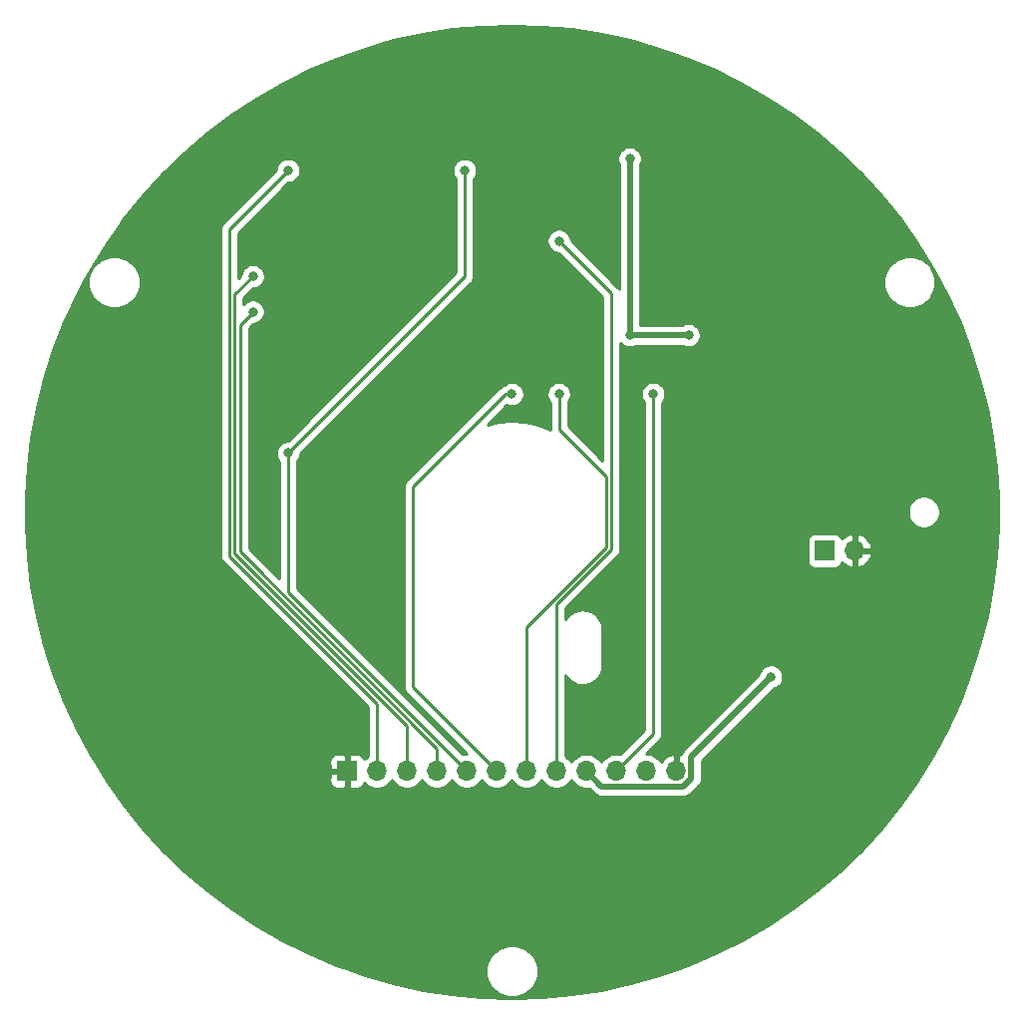
<source format=gbr>
%TF.GenerationSoftware,KiCad,Pcbnew,5.1.10*%
%TF.CreationDate,2021-09-26T09:29:56+10:00*%
%TF.ProjectId,pcb-sensor,7063622d-7365-46e7-936f-722e6b696361,rev?*%
%TF.SameCoordinates,Original*%
%TF.FileFunction,Copper,L2,Bot*%
%TF.FilePolarity,Positive*%
%FSLAX46Y46*%
G04 Gerber Fmt 4.6, Leading zero omitted, Abs format (unit mm)*
G04 Created by KiCad (PCBNEW 5.1.10) date 2021-09-26 09:29:56*
%MOMM*%
%LPD*%
G01*
G04 APERTURE LIST*
%TA.AperFunction,ComponentPad*%
%ADD10O,1.700000X1.700000*%
%TD*%
%TA.AperFunction,ComponentPad*%
%ADD11R,1.700000X1.700000*%
%TD*%
%TA.AperFunction,ViaPad*%
%ADD12C,0.800000*%
%TD*%
%TA.AperFunction,Conductor*%
%ADD13C,0.500000*%
%TD*%
%TA.AperFunction,Conductor*%
%ADD14C,0.250000*%
%TD*%
%TA.AperFunction,Conductor*%
%ADD15C,0.254000*%
%TD*%
%TA.AperFunction,Conductor*%
%ADD16C,0.100000*%
%TD*%
G04 APERTURE END LIST*
D10*
%TO.P,J3,2*%
%TO.N,GND*%
X179100000Y-103300000D03*
D11*
%TO.P,J3,1*%
%TO.N,/PD1*%
X176560000Y-103300000D03*
%TD*%
D10*
%TO.P,J2,12*%
%TO.N,GND*%
X163940000Y-122000000D03*
%TO.P,J2,11*%
%TO.N,+5V*%
X161400000Y-122000000D03*
%TO.P,J2,10*%
%TO.N,/PD2*%
X158860000Y-122000000D03*
%TO.P,J2,9*%
%TO.N,+12V*%
X156320000Y-122000000D03*
%TO.P,J2,8*%
%TO.N,/COIL*%
X153780000Y-122000000D03*
%TO.P,J2,7*%
%TO.N,/NEUTRAL*%
X151240000Y-122000000D03*
%TO.P,J2,6*%
%TO.N,/OIL_PRESSURE*%
X148700000Y-122000000D03*
%TO.P,J2,5*%
%TO.N,/KEY_12V*%
X146160000Y-122000000D03*
%TO.P,J2,4*%
%TO.N,/TURN_SIGNAL_LEFT*%
X143620000Y-122000000D03*
%TO.P,J2,3*%
%TO.N,/TURN_SIGNAL_RIGHT*%
X141080000Y-122000000D03*
%TO.P,J2,2*%
%TO.N,/HIGH_BEAM*%
X138540000Y-122000000D03*
D11*
%TO.P,J2,1*%
%TO.N,GND*%
X136000000Y-122000000D03*
%TD*%
D12*
%TO.N,GND*%
X176000000Y-82000000D03*
X184000000Y-116000000D03*
X172000000Y-116000000D03*
X132900000Y-106100000D03*
X141080000Y-76920000D03*
X142000000Y-61000000D03*
X157000000Y-61000000D03*
X138000000Y-93000000D03*
%TO.N,+5V*%
X160000000Y-85000000D03*
X165000000Y-85000000D03*
X160000000Y-70000000D03*
%TO.N,/KEY_12V*%
X146000000Y-71000000D03*
X131000000Y-95000000D03*
%TO.N,/TURN_SIGNAL_LEFT*%
X128000000Y-83000000D03*
%TO.N,/TURN_SIGNAL_RIGHT*%
X128000000Y-80000000D03*
%TO.N,/NEUTRAL*%
X154000000Y-90000000D03*
%TO.N,/HIGH_BEAM*%
X131000000Y-71000000D03*
%TO.N,/COIL*%
X154000000Y-77000000D03*
%TO.N,/OIL_PRESSURE*%
X150000000Y-90000000D03*
%TO.N,+12V*%
X172000000Y-114000000D03*
%TO.N,/PD2*%
X162000000Y-90000000D03*
%TD*%
D13*
%TO.N,+5V*%
X160000000Y-85000000D02*
X165000000Y-85000000D01*
X160000000Y-85000000D02*
X160000000Y-70000000D01*
D14*
%TO.N,/KEY_12V*%
X146000000Y-80000000D02*
X131000000Y-95000000D01*
X146000000Y-71000000D02*
X146000000Y-80000000D01*
X131000000Y-105000000D02*
X131000000Y-95000000D01*
X131000000Y-106840000D02*
X131000000Y-105000000D01*
X146160000Y-122000000D02*
X131000000Y-106840000D01*
%TO.N,/TURN_SIGNAL_LEFT*%
X128000000Y-83000000D02*
X126900020Y-84099980D01*
X143620000Y-122000000D02*
X143620000Y-120096410D01*
X143620000Y-120096410D02*
X126900020Y-103376430D01*
X126900020Y-103376430D02*
X126900020Y-101299980D01*
X126900020Y-84099980D02*
X126900020Y-101299980D01*
%TO.N,/TURN_SIGNAL_RIGHT*%
X128000000Y-80000000D02*
X126450010Y-81549990D01*
X141080000Y-122000000D02*
X141080000Y-118192820D01*
X126450010Y-103562830D02*
X126450010Y-101850010D01*
X141080000Y-118192820D02*
X126450010Y-103562830D01*
X126450010Y-81549990D02*
X126450010Y-101850010D01*
%TO.N,/NEUTRAL*%
X154000000Y-90000000D02*
X154000000Y-93000000D01*
X154000000Y-93000000D02*
X158000000Y-97000000D01*
X158000000Y-97000000D02*
X158000000Y-103000000D01*
X151240000Y-109760000D02*
X151240000Y-122000000D01*
X158000000Y-103000000D02*
X151240000Y-109760000D01*
%TO.N,/HIGH_BEAM*%
X131000000Y-71000000D02*
X126000000Y-76000000D01*
X138540000Y-122000000D02*
X138540000Y-118540000D01*
X138540000Y-118540000D02*
X138540000Y-116289230D01*
X126000000Y-103749230D02*
X126000000Y-102600000D01*
X138540000Y-116289230D02*
X126000000Y-103749230D01*
X126000000Y-76000000D02*
X126000000Y-102600000D01*
%TO.N,/COIL*%
X153780000Y-122000000D02*
X153780000Y-107856410D01*
X153780000Y-107856410D02*
X158450010Y-103186400D01*
X158450010Y-81450010D02*
X154000000Y-77000000D01*
X158450010Y-103186400D02*
X158450010Y-81450010D01*
%TO.N,/OIL_PRESSURE*%
X141591192Y-114891192D02*
X148700000Y-122000000D01*
X141591192Y-97843123D02*
X141591192Y-114891192D01*
X149434315Y-90000000D02*
X141591192Y-97843123D01*
X150000000Y-90000000D02*
X149434315Y-90000000D01*
D13*
%TO.N,+12V*%
X157620001Y-123300001D02*
X156320000Y-122000000D01*
X164564001Y-123300001D02*
X157620001Y-123300001D01*
X165240001Y-122624001D02*
X164564001Y-123300001D01*
X165240001Y-120759999D02*
X165240001Y-122624001D01*
X172000000Y-114000000D02*
X165240001Y-120759999D01*
D14*
%TO.N,/PD2*%
X162000000Y-118860000D02*
X158860000Y-122000000D01*
X162000000Y-90000000D02*
X162000000Y-118860000D01*
%TD*%
D15*
%TO.N,GND*%
X152541850Y-58788314D02*
X155074058Y-59022957D01*
X157587018Y-59413041D01*
X160071198Y-59957085D01*
X162517174Y-60653025D01*
X164915668Y-61498222D01*
X167257583Y-62489469D01*
X169534033Y-63623006D01*
X171736384Y-64894534D01*
X173856281Y-66299229D01*
X175885684Y-67831763D01*
X177816893Y-69486322D01*
X179642583Y-71256629D01*
X181355829Y-73135970D01*
X182950131Y-75117216D01*
X184419442Y-77192850D01*
X185758189Y-79355000D01*
X186961292Y-81595463D01*
X188024189Y-83905741D01*
X188942847Y-86277070D01*
X189713781Y-88700455D01*
X190334067Y-91166703D01*
X190801352Y-93666459D01*
X191113864Y-96190239D01*
X191270417Y-98728472D01*
X191270417Y-101271528D01*
X191113864Y-103809761D01*
X190801352Y-106333541D01*
X190334067Y-108833297D01*
X189713781Y-111299545D01*
X188942847Y-113722930D01*
X188024189Y-116094259D01*
X186961292Y-118404537D01*
X185758189Y-120645000D01*
X184419442Y-122807150D01*
X182950131Y-124882784D01*
X181355829Y-126864030D01*
X179642583Y-128743371D01*
X177816893Y-130513678D01*
X175885684Y-132168237D01*
X173856281Y-133700771D01*
X171736384Y-135105466D01*
X169534033Y-136376994D01*
X167257583Y-137510531D01*
X164915668Y-138501778D01*
X162517174Y-139346975D01*
X160071198Y-140042915D01*
X157587018Y-140586959D01*
X155074058Y-140977043D01*
X152541850Y-141211686D01*
X150000000Y-141290000D01*
X147458150Y-141211686D01*
X144925942Y-140977043D01*
X142412982Y-140586959D01*
X139928802Y-140042915D01*
X137482826Y-139346975D01*
X135877904Y-138781422D01*
X147780738Y-138781422D01*
X147780738Y-139218578D01*
X147866023Y-139647335D01*
X148033316Y-140051215D01*
X148276187Y-140414697D01*
X148585303Y-140723813D01*
X148948785Y-140966684D01*
X149352665Y-141133977D01*
X149781422Y-141219262D01*
X150218578Y-141219262D01*
X150647335Y-141133977D01*
X151051215Y-140966684D01*
X151414697Y-140723813D01*
X151723813Y-140414697D01*
X151966684Y-140051215D01*
X152133977Y-139647335D01*
X152219262Y-139218578D01*
X152219262Y-138781422D01*
X152133977Y-138352665D01*
X151966684Y-137948785D01*
X151723813Y-137585303D01*
X151414697Y-137276187D01*
X151051215Y-137033316D01*
X150647335Y-136866023D01*
X150218578Y-136780738D01*
X149781422Y-136780738D01*
X149352665Y-136866023D01*
X148948785Y-137033316D01*
X148585303Y-137276187D01*
X148276187Y-137585303D01*
X148033316Y-137948785D01*
X147866023Y-138352665D01*
X147780738Y-138781422D01*
X135877904Y-138781422D01*
X135084332Y-138501778D01*
X132742417Y-137510531D01*
X130465967Y-136376994D01*
X128263616Y-135105466D01*
X126143719Y-133700771D01*
X124114316Y-132168237D01*
X122183107Y-130513678D01*
X120357417Y-128743371D01*
X118644171Y-126864030D01*
X117049869Y-124882784D01*
X115610891Y-122850000D01*
X134511928Y-122850000D01*
X134524188Y-122974482D01*
X134560498Y-123094180D01*
X134619463Y-123204494D01*
X134698815Y-123301185D01*
X134795506Y-123380537D01*
X134905820Y-123439502D01*
X135025518Y-123475812D01*
X135150000Y-123488072D01*
X135714250Y-123485000D01*
X135873000Y-123326250D01*
X135873000Y-122127000D01*
X134673750Y-122127000D01*
X134515000Y-122285750D01*
X134511928Y-122850000D01*
X115610891Y-122850000D01*
X115580558Y-122807150D01*
X114554494Y-121150000D01*
X134511928Y-121150000D01*
X134515000Y-121714250D01*
X134673750Y-121873000D01*
X135873000Y-121873000D01*
X135873000Y-120673750D01*
X135714250Y-120515000D01*
X135150000Y-120511928D01*
X135025518Y-120524188D01*
X134905820Y-120560498D01*
X134795506Y-120619463D01*
X134698815Y-120698815D01*
X134619463Y-120795506D01*
X134560498Y-120905820D01*
X134524188Y-121025518D01*
X134511928Y-121150000D01*
X114554494Y-121150000D01*
X114241811Y-120645000D01*
X113038708Y-118404537D01*
X111975811Y-116094259D01*
X111057153Y-113722930D01*
X110286219Y-111299545D01*
X109665933Y-108833297D01*
X109198648Y-106333541D01*
X108886136Y-103809761D01*
X108729583Y-101271528D01*
X108729583Y-98728472D01*
X108886136Y-96190239D01*
X109198648Y-93666459D01*
X109665933Y-91166703D01*
X110286219Y-88700455D01*
X111057153Y-86277070D01*
X111975811Y-83905741D01*
X113038708Y-81595463D01*
X113744332Y-80281422D01*
X114000738Y-80281422D01*
X114000738Y-80718578D01*
X114086023Y-81147335D01*
X114253316Y-81551215D01*
X114496187Y-81914697D01*
X114805303Y-82223813D01*
X115168785Y-82466684D01*
X115572665Y-82633977D01*
X116001422Y-82719262D01*
X116438578Y-82719262D01*
X116867335Y-82633977D01*
X117271215Y-82466684D01*
X117634697Y-82223813D01*
X117943813Y-81914697D01*
X118186684Y-81551215D01*
X118353977Y-81147335D01*
X118439262Y-80718578D01*
X118439262Y-80281422D01*
X118353977Y-79852665D01*
X118186684Y-79448785D01*
X117943813Y-79085303D01*
X117634697Y-78776187D01*
X117271215Y-78533316D01*
X116867335Y-78366023D01*
X116438578Y-78280738D01*
X116001422Y-78280738D01*
X115572665Y-78366023D01*
X115168785Y-78533316D01*
X114805303Y-78776187D01*
X114496187Y-79085303D01*
X114253316Y-79448785D01*
X114086023Y-79852665D01*
X114000738Y-80281422D01*
X113744332Y-80281422D01*
X114241811Y-79355000D01*
X115580558Y-77192850D01*
X116424959Y-76000000D01*
X125236324Y-76000000D01*
X125240000Y-76037322D01*
X125240001Y-102562667D01*
X125240000Y-103711907D01*
X125236324Y-103749230D01*
X125240000Y-103786552D01*
X125240000Y-103786562D01*
X125250997Y-103898215D01*
X125285332Y-104011404D01*
X125294454Y-104041476D01*
X125365026Y-104173506D01*
X125384967Y-104197804D01*
X125459999Y-104289231D01*
X125489003Y-104313034D01*
X137780001Y-116604033D01*
X137780000Y-118577332D01*
X137780001Y-118577342D01*
X137780000Y-120721821D01*
X137593368Y-120846525D01*
X137461513Y-120978380D01*
X137439502Y-120905820D01*
X137380537Y-120795506D01*
X137301185Y-120698815D01*
X137204494Y-120619463D01*
X137094180Y-120560498D01*
X136974482Y-120524188D01*
X136850000Y-120511928D01*
X136285750Y-120515000D01*
X136127000Y-120673750D01*
X136127000Y-121873000D01*
X136147000Y-121873000D01*
X136147000Y-122127000D01*
X136127000Y-122127000D01*
X136127000Y-123326250D01*
X136285750Y-123485000D01*
X136850000Y-123488072D01*
X136974482Y-123475812D01*
X137094180Y-123439502D01*
X137204494Y-123380537D01*
X137301185Y-123301185D01*
X137380537Y-123204494D01*
X137439502Y-123094180D01*
X137461513Y-123021620D01*
X137593368Y-123153475D01*
X137836589Y-123315990D01*
X138106842Y-123427932D01*
X138393740Y-123485000D01*
X138686260Y-123485000D01*
X138973158Y-123427932D01*
X139243411Y-123315990D01*
X139486632Y-123153475D01*
X139693475Y-122946632D01*
X139810000Y-122772240D01*
X139926525Y-122946632D01*
X140133368Y-123153475D01*
X140376589Y-123315990D01*
X140646842Y-123427932D01*
X140933740Y-123485000D01*
X141226260Y-123485000D01*
X141513158Y-123427932D01*
X141783411Y-123315990D01*
X142026632Y-123153475D01*
X142233475Y-122946632D01*
X142350000Y-122772240D01*
X142466525Y-122946632D01*
X142673368Y-123153475D01*
X142916589Y-123315990D01*
X143186842Y-123427932D01*
X143473740Y-123485000D01*
X143766260Y-123485000D01*
X144053158Y-123427932D01*
X144323411Y-123315990D01*
X144566632Y-123153475D01*
X144773475Y-122946632D01*
X144890000Y-122772240D01*
X145006525Y-122946632D01*
X145213368Y-123153475D01*
X145456589Y-123315990D01*
X145726842Y-123427932D01*
X146013740Y-123485000D01*
X146306260Y-123485000D01*
X146593158Y-123427932D01*
X146863411Y-123315990D01*
X147106632Y-123153475D01*
X147313475Y-122946632D01*
X147430000Y-122772240D01*
X147546525Y-122946632D01*
X147753368Y-123153475D01*
X147996589Y-123315990D01*
X148266842Y-123427932D01*
X148553740Y-123485000D01*
X148846260Y-123485000D01*
X149133158Y-123427932D01*
X149403411Y-123315990D01*
X149646632Y-123153475D01*
X149853475Y-122946632D01*
X149970000Y-122772240D01*
X150086525Y-122946632D01*
X150293368Y-123153475D01*
X150536589Y-123315990D01*
X150806842Y-123427932D01*
X151093740Y-123485000D01*
X151386260Y-123485000D01*
X151673158Y-123427932D01*
X151943411Y-123315990D01*
X152186632Y-123153475D01*
X152393475Y-122946632D01*
X152510000Y-122772240D01*
X152626525Y-122946632D01*
X152833368Y-123153475D01*
X153076589Y-123315990D01*
X153346842Y-123427932D01*
X153633740Y-123485000D01*
X153926260Y-123485000D01*
X154213158Y-123427932D01*
X154483411Y-123315990D01*
X154726632Y-123153475D01*
X154933475Y-122946632D01*
X155050000Y-122772240D01*
X155166525Y-122946632D01*
X155373368Y-123153475D01*
X155616589Y-123315990D01*
X155886842Y-123427932D01*
X156173740Y-123485000D01*
X156466260Y-123485000D01*
X156538960Y-123470539D01*
X156963471Y-123895050D01*
X156991184Y-123928818D01*
X157024952Y-123956531D01*
X157024954Y-123956533D01*
X157096453Y-124015211D01*
X157125942Y-124039412D01*
X157279688Y-124121590D01*
X157446511Y-124172196D01*
X157576524Y-124185001D01*
X157576534Y-124185001D01*
X157620000Y-124189282D01*
X157663467Y-124185001D01*
X164520532Y-124185001D01*
X164564001Y-124189282D01*
X164607470Y-124185001D01*
X164607478Y-124185001D01*
X164737491Y-124172196D01*
X164904314Y-124121590D01*
X165058060Y-124039412D01*
X165192818Y-123928818D01*
X165220535Y-123895045D01*
X165835050Y-123280531D01*
X165868818Y-123252818D01*
X165979412Y-123118060D01*
X166061590Y-122964314D01*
X166112196Y-122797491D01*
X166125001Y-122667478D01*
X166125001Y-122667468D01*
X166129282Y-122624002D01*
X166125001Y-122580536D01*
X166125001Y-121126577D01*
X172245044Y-115006535D01*
X172301898Y-114995226D01*
X172490256Y-114917205D01*
X172659774Y-114803937D01*
X172803937Y-114659774D01*
X172917205Y-114490256D01*
X172995226Y-114301898D01*
X173035000Y-114101939D01*
X173035000Y-113898061D01*
X172995226Y-113698102D01*
X172917205Y-113509744D01*
X172803937Y-113340226D01*
X172659774Y-113196063D01*
X172490256Y-113082795D01*
X172301898Y-113004774D01*
X172101939Y-112965000D01*
X171898061Y-112965000D01*
X171698102Y-113004774D01*
X171509744Y-113082795D01*
X171340226Y-113196063D01*
X171196063Y-113340226D01*
X171082795Y-113509744D01*
X171004774Y-113698102D01*
X170993465Y-113754956D01*
X164644957Y-120103465D01*
X164611184Y-120131182D01*
X164500590Y-120265941D01*
X164418412Y-120419687D01*
X164383158Y-120535903D01*
X164376296Y-120558524D01*
X164369605Y-120580580D01*
X164296890Y-120558524D01*
X164067000Y-120679845D01*
X164067000Y-121873000D01*
X164087000Y-121873000D01*
X164087000Y-122127000D01*
X164067000Y-122127000D01*
X164067000Y-122147000D01*
X163813000Y-122147000D01*
X163813000Y-122127000D01*
X163793000Y-122127000D01*
X163793000Y-121873000D01*
X163813000Y-121873000D01*
X163813000Y-120679845D01*
X163583110Y-120558524D01*
X163435901Y-120603175D01*
X163173080Y-120728359D01*
X162939731Y-120902412D01*
X162744822Y-121118645D01*
X162675195Y-121235534D01*
X162553475Y-121053368D01*
X162346632Y-120846525D01*
X162103411Y-120684010D01*
X161833158Y-120572068D01*
X161546260Y-120515000D01*
X161419802Y-120515000D01*
X162511003Y-119423799D01*
X162540001Y-119400001D01*
X162634974Y-119284276D01*
X162705546Y-119152247D01*
X162749003Y-119008986D01*
X162760000Y-118897333D01*
X162763677Y-118860000D01*
X162760000Y-118822667D01*
X162760000Y-102450000D01*
X175071928Y-102450000D01*
X175071928Y-104150000D01*
X175084188Y-104274482D01*
X175120498Y-104394180D01*
X175179463Y-104504494D01*
X175258815Y-104601185D01*
X175355506Y-104680537D01*
X175465820Y-104739502D01*
X175585518Y-104775812D01*
X175710000Y-104788072D01*
X177410000Y-104788072D01*
X177534482Y-104775812D01*
X177654180Y-104739502D01*
X177764494Y-104680537D01*
X177861185Y-104601185D01*
X177940537Y-104504494D01*
X177999502Y-104394180D01*
X178022498Y-104318374D01*
X178218645Y-104495178D01*
X178468748Y-104644157D01*
X178743109Y-104741481D01*
X178973000Y-104620814D01*
X178973000Y-103427000D01*
X179227000Y-103427000D01*
X179227000Y-104620814D01*
X179456891Y-104741481D01*
X179731252Y-104644157D01*
X179981355Y-104495178D01*
X180197588Y-104300269D01*
X180371641Y-104066920D01*
X180496825Y-103804099D01*
X180541476Y-103656890D01*
X180420155Y-103427000D01*
X179227000Y-103427000D01*
X178973000Y-103427000D01*
X178953000Y-103427000D01*
X178953000Y-103173000D01*
X178973000Y-103173000D01*
X178973000Y-101979186D01*
X179227000Y-101979186D01*
X179227000Y-103173000D01*
X180420155Y-103173000D01*
X180541476Y-102943110D01*
X180496825Y-102795901D01*
X180371641Y-102533080D01*
X180197588Y-102299731D01*
X179981355Y-102104822D01*
X179731252Y-101955843D01*
X179456891Y-101858519D01*
X179227000Y-101979186D01*
X178973000Y-101979186D01*
X178743109Y-101858519D01*
X178468748Y-101955843D01*
X178218645Y-102104822D01*
X178022498Y-102281626D01*
X177999502Y-102205820D01*
X177940537Y-102095506D01*
X177861185Y-101998815D01*
X177764494Y-101919463D01*
X177654180Y-101860498D01*
X177534482Y-101824188D01*
X177410000Y-101811928D01*
X175710000Y-101811928D01*
X175585518Y-101824188D01*
X175465820Y-101860498D01*
X175355506Y-101919463D01*
X175258815Y-101998815D01*
X175179463Y-102095506D01*
X175120498Y-102205820D01*
X175084188Y-102325518D01*
X175071928Y-102450000D01*
X162760000Y-102450000D01*
X162760000Y-99864736D01*
X183626645Y-99864736D01*
X183626645Y-100135264D01*
X183679422Y-100400593D01*
X183782949Y-100650527D01*
X183933246Y-100875463D01*
X184124537Y-101066754D01*
X184349473Y-101217051D01*
X184599407Y-101320578D01*
X184864736Y-101373355D01*
X185135264Y-101373355D01*
X185400593Y-101320578D01*
X185650527Y-101217051D01*
X185875463Y-101066754D01*
X186066754Y-100875463D01*
X186217051Y-100650527D01*
X186320578Y-100400593D01*
X186373355Y-100135264D01*
X186373355Y-99864736D01*
X186320578Y-99599407D01*
X186217051Y-99349473D01*
X186066754Y-99124537D01*
X185875463Y-98933246D01*
X185650527Y-98782949D01*
X185400593Y-98679422D01*
X185135264Y-98626645D01*
X184864736Y-98626645D01*
X184599407Y-98679422D01*
X184349473Y-98782949D01*
X184124537Y-98933246D01*
X183933246Y-99124537D01*
X183782949Y-99349473D01*
X183679422Y-99599407D01*
X183626645Y-99864736D01*
X162760000Y-99864736D01*
X162760000Y-90703711D01*
X162803937Y-90659774D01*
X162917205Y-90490256D01*
X162995226Y-90301898D01*
X163035000Y-90101939D01*
X163035000Y-89898061D01*
X162995226Y-89698102D01*
X162917205Y-89509744D01*
X162803937Y-89340226D01*
X162659774Y-89196063D01*
X162490256Y-89082795D01*
X162301898Y-89004774D01*
X162101939Y-88965000D01*
X161898061Y-88965000D01*
X161698102Y-89004774D01*
X161509744Y-89082795D01*
X161340226Y-89196063D01*
X161196063Y-89340226D01*
X161082795Y-89509744D01*
X161004774Y-89698102D01*
X160965000Y-89898061D01*
X160965000Y-90101939D01*
X161004774Y-90301898D01*
X161082795Y-90490256D01*
X161196063Y-90659774D01*
X161240000Y-90703711D01*
X161240001Y-118545197D01*
X159226408Y-120558791D01*
X159006260Y-120515000D01*
X158713740Y-120515000D01*
X158426842Y-120572068D01*
X158156589Y-120684010D01*
X157913368Y-120846525D01*
X157706525Y-121053368D01*
X157590000Y-121227760D01*
X157473475Y-121053368D01*
X157266632Y-120846525D01*
X157023411Y-120684010D01*
X156753158Y-120572068D01*
X156466260Y-120515000D01*
X156173740Y-120515000D01*
X155886842Y-120572068D01*
X155616589Y-120684010D01*
X155373368Y-120846525D01*
X155166525Y-121053368D01*
X155050000Y-121227760D01*
X154933475Y-121053368D01*
X154726632Y-120846525D01*
X154540000Y-120721822D01*
X154540000Y-113883894D01*
X154552710Y-113907013D01*
X154589060Y-113960100D01*
X154624676Y-114013707D01*
X154630995Y-114021345D01*
X154756445Y-114170851D01*
X154802392Y-114215846D01*
X154847767Y-114261539D01*
X154855449Y-114267804D01*
X155007549Y-114390095D01*
X155061385Y-114425324D01*
X155114742Y-114461314D01*
X155123495Y-114465967D01*
X155123498Y-114465969D01*
X155123502Y-114465970D01*
X155296450Y-114556387D01*
X155356081Y-114580480D01*
X155415442Y-114605433D01*
X155424933Y-114608298D01*
X155612158Y-114663400D01*
X155675323Y-114675449D01*
X155738401Y-114688398D01*
X155748267Y-114689365D01*
X155942629Y-114707054D01*
X156006980Y-114706605D01*
X156071332Y-114707054D01*
X156081187Y-114706087D01*
X156081193Y-114706087D01*
X156081198Y-114706086D01*
X156275295Y-114685685D01*
X156338310Y-114672750D01*
X156401540Y-114660688D01*
X156411030Y-114657823D01*
X156597468Y-114600111D01*
X156656797Y-114575171D01*
X156716455Y-114551068D01*
X156725208Y-114546414D01*
X156896885Y-114453589D01*
X156950198Y-114417629D01*
X157004083Y-114382367D01*
X157011765Y-114376102D01*
X157162143Y-114251698D01*
X157207480Y-114206043D01*
X157253463Y-114161013D01*
X157259782Y-114153375D01*
X157383132Y-114002133D01*
X157418757Y-113948513D01*
X157455099Y-113895436D01*
X157459814Y-113886716D01*
X157551439Y-113714394D01*
X157575951Y-113654924D01*
X157601312Y-113595752D01*
X157604243Y-113586282D01*
X157660652Y-113399446D01*
X157673152Y-113336316D01*
X157686530Y-113273377D01*
X157687566Y-113263519D01*
X157706611Y-113069285D01*
X157710000Y-113034877D01*
X157710000Y-109965123D01*
X157706515Y-109929738D01*
X157706515Y-109916754D01*
X157705478Y-109906895D01*
X157683723Y-109712945D01*
X157670347Y-109650016D01*
X157657844Y-109586873D01*
X157654913Y-109577403D01*
X157595900Y-109391373D01*
X157570560Y-109332252D01*
X157546028Y-109272733D01*
X157541313Y-109264012D01*
X157447290Y-109092987D01*
X157410940Y-109039900D01*
X157375324Y-108986293D01*
X157369005Y-108978655D01*
X157243555Y-108829149D01*
X157197608Y-108784154D01*
X157152233Y-108738461D01*
X157144556Y-108732201D01*
X157144553Y-108732198D01*
X157144550Y-108732196D01*
X156992451Y-108609905D01*
X156938599Y-108574666D01*
X156885258Y-108538686D01*
X156876505Y-108534032D01*
X156703549Y-108443613D01*
X156643930Y-108419525D01*
X156584557Y-108394567D01*
X156575067Y-108391702D01*
X156387841Y-108336599D01*
X156324639Y-108324543D01*
X156261598Y-108311602D01*
X156251732Y-108310635D01*
X156057371Y-108292946D01*
X155993019Y-108293395D01*
X155928667Y-108292946D01*
X155918812Y-108293913D01*
X155918807Y-108293913D01*
X155918803Y-108293914D01*
X155918801Y-108293914D01*
X155724705Y-108314315D01*
X155661690Y-108327250D01*
X155598460Y-108339312D01*
X155588970Y-108342177D01*
X155402532Y-108399889D01*
X155343203Y-108424829D01*
X155283545Y-108448932D01*
X155274792Y-108453586D01*
X155103115Y-108546411D01*
X155049787Y-108582381D01*
X154995917Y-108617633D01*
X154988235Y-108623899D01*
X154837857Y-108748302D01*
X154792520Y-108793957D01*
X154746537Y-108838987D01*
X154740218Y-108846625D01*
X154616868Y-108997867D01*
X154581266Y-109051454D01*
X154544901Y-109104563D01*
X154540186Y-109113284D01*
X154540000Y-109113634D01*
X154540000Y-108171211D01*
X158961019Y-103750194D01*
X158990011Y-103726401D01*
X159013805Y-103697408D01*
X159013809Y-103697404D01*
X159084983Y-103610677D01*
X159084984Y-103610676D01*
X159155556Y-103478647D01*
X159199013Y-103335386D01*
X159210010Y-103223733D01*
X159210010Y-103223724D01*
X159213686Y-103186401D01*
X159210010Y-103149078D01*
X159210010Y-85673721D01*
X159340226Y-85803937D01*
X159509744Y-85917205D01*
X159698102Y-85995226D01*
X159898061Y-86035000D01*
X160101939Y-86035000D01*
X160301898Y-85995226D01*
X160490256Y-85917205D01*
X160538454Y-85885000D01*
X164461546Y-85885000D01*
X164509744Y-85917205D01*
X164698102Y-85995226D01*
X164898061Y-86035000D01*
X165101939Y-86035000D01*
X165301898Y-85995226D01*
X165490256Y-85917205D01*
X165659774Y-85803937D01*
X165803937Y-85659774D01*
X165917205Y-85490256D01*
X165995226Y-85301898D01*
X166035000Y-85101939D01*
X166035000Y-84898061D01*
X165995226Y-84698102D01*
X165917205Y-84509744D01*
X165803937Y-84340226D01*
X165659774Y-84196063D01*
X165490256Y-84082795D01*
X165301898Y-84004774D01*
X165101939Y-83965000D01*
X164898061Y-83965000D01*
X164698102Y-84004774D01*
X164509744Y-84082795D01*
X164461546Y-84115000D01*
X160885000Y-84115000D01*
X160885000Y-80281422D01*
X181550738Y-80281422D01*
X181550738Y-80718578D01*
X181636023Y-81147335D01*
X181803316Y-81551215D01*
X182046187Y-81914697D01*
X182355303Y-82223813D01*
X182718785Y-82466684D01*
X183122665Y-82633977D01*
X183551422Y-82719262D01*
X183988578Y-82719262D01*
X184417335Y-82633977D01*
X184821215Y-82466684D01*
X185184697Y-82223813D01*
X185493813Y-81914697D01*
X185736684Y-81551215D01*
X185903977Y-81147335D01*
X185989262Y-80718578D01*
X185989262Y-80281422D01*
X185903977Y-79852665D01*
X185736684Y-79448785D01*
X185493813Y-79085303D01*
X185184697Y-78776187D01*
X184821215Y-78533316D01*
X184417335Y-78366023D01*
X183988578Y-78280738D01*
X183551422Y-78280738D01*
X183122665Y-78366023D01*
X182718785Y-78533316D01*
X182355303Y-78776187D01*
X182046187Y-79085303D01*
X181803316Y-79448785D01*
X181636023Y-79852665D01*
X181550738Y-80281422D01*
X160885000Y-80281422D01*
X160885000Y-70538454D01*
X160917205Y-70490256D01*
X160995226Y-70301898D01*
X161035000Y-70101939D01*
X161035000Y-69898061D01*
X160995226Y-69698102D01*
X160917205Y-69509744D01*
X160803937Y-69340226D01*
X160659774Y-69196063D01*
X160490256Y-69082795D01*
X160301898Y-69004774D01*
X160101939Y-68965000D01*
X159898061Y-68965000D01*
X159698102Y-69004774D01*
X159509744Y-69082795D01*
X159340226Y-69196063D01*
X159196063Y-69340226D01*
X159082795Y-69509744D01*
X159004774Y-69698102D01*
X158965000Y-69898061D01*
X158965000Y-70101939D01*
X159004774Y-70301898D01*
X159082795Y-70490256D01*
X159115001Y-70538456D01*
X159115000Y-81081890D01*
X159084984Y-81025734D01*
X159059947Y-80995226D01*
X159013809Y-80939006D01*
X159013805Y-80939002D01*
X158990011Y-80910009D01*
X158961018Y-80886215D01*
X155035000Y-76960199D01*
X155035000Y-76898061D01*
X154995226Y-76698102D01*
X154917205Y-76509744D01*
X154803937Y-76340226D01*
X154659774Y-76196063D01*
X154490256Y-76082795D01*
X154301898Y-76004774D01*
X154101939Y-75965000D01*
X153898061Y-75965000D01*
X153698102Y-76004774D01*
X153509744Y-76082795D01*
X153340226Y-76196063D01*
X153196063Y-76340226D01*
X153082795Y-76509744D01*
X153004774Y-76698102D01*
X152965000Y-76898061D01*
X152965000Y-77101939D01*
X153004774Y-77301898D01*
X153082795Y-77490256D01*
X153196063Y-77659774D01*
X153340226Y-77803937D01*
X153509744Y-77917205D01*
X153698102Y-77995226D01*
X153898061Y-78035000D01*
X153960199Y-78035000D01*
X157690011Y-81764814D01*
X157690010Y-95615209D01*
X154760000Y-92685199D01*
X154760000Y-90703711D01*
X154803937Y-90659774D01*
X154917205Y-90490256D01*
X154995226Y-90301898D01*
X155035000Y-90101939D01*
X155035000Y-89898061D01*
X154995226Y-89698102D01*
X154917205Y-89509744D01*
X154803937Y-89340226D01*
X154659774Y-89196063D01*
X154490256Y-89082795D01*
X154301898Y-89004774D01*
X154101939Y-88965000D01*
X153898061Y-88965000D01*
X153698102Y-89004774D01*
X153509744Y-89082795D01*
X153340226Y-89196063D01*
X153196063Y-89340226D01*
X153082795Y-89509744D01*
X153004774Y-89698102D01*
X152965000Y-89898061D01*
X152965000Y-90101939D01*
X153004774Y-90301898D01*
X153082795Y-90490256D01*
X153196063Y-90659774D01*
X153240000Y-90703711D01*
X153240001Y-92962668D01*
X153237333Y-92989754D01*
X152278457Y-92613422D01*
X151152097Y-92356338D01*
X150000000Y-92270000D01*
X148847903Y-92356338D01*
X147947199Y-92561917D01*
X149567845Y-90941272D01*
X149698102Y-90995226D01*
X149898061Y-91035000D01*
X150101939Y-91035000D01*
X150301898Y-90995226D01*
X150490256Y-90917205D01*
X150659774Y-90803937D01*
X150803937Y-90659774D01*
X150917205Y-90490256D01*
X150995226Y-90301898D01*
X151035000Y-90101939D01*
X151035000Y-89898061D01*
X150995226Y-89698102D01*
X150917205Y-89509744D01*
X150803937Y-89340226D01*
X150659774Y-89196063D01*
X150490256Y-89082795D01*
X150301898Y-89004774D01*
X150101939Y-88965000D01*
X149898061Y-88965000D01*
X149698102Y-89004774D01*
X149509744Y-89082795D01*
X149340226Y-89196063D01*
X149285276Y-89251013D01*
X149142068Y-89294454D01*
X149010038Y-89365026D01*
X148926398Y-89433668D01*
X148894314Y-89459999D01*
X148870516Y-89488997D01*
X141080195Y-97279319D01*
X141051191Y-97303122D01*
X140996063Y-97370297D01*
X140956218Y-97418847D01*
X140953317Y-97424275D01*
X140885646Y-97550877D01*
X140842189Y-97694138D01*
X140831192Y-97805791D01*
X140831192Y-97805801D01*
X140827516Y-97843123D01*
X140831192Y-97880445D01*
X140831193Y-114853859D01*
X140827516Y-114891192D01*
X140842190Y-115040177D01*
X140885646Y-115183438D01*
X140956218Y-115315468D01*
X141027393Y-115402194D01*
X141051192Y-115431193D01*
X141080190Y-115454991D01*
X146140198Y-120515000D01*
X146013740Y-120515000D01*
X145793592Y-120558790D01*
X131760000Y-106525199D01*
X131760000Y-95703711D01*
X131803937Y-95659774D01*
X131917205Y-95490256D01*
X131995226Y-95301898D01*
X132035000Y-95101939D01*
X132035000Y-95039801D01*
X146511008Y-80563795D01*
X146540001Y-80540001D01*
X146563795Y-80511008D01*
X146563799Y-80511004D01*
X146634973Y-80424277D01*
X146635888Y-80422566D01*
X146705546Y-80292247D01*
X146749003Y-80148986D01*
X146760000Y-80037333D01*
X146760000Y-80037324D01*
X146763676Y-80000001D01*
X146760000Y-79962678D01*
X146760000Y-71703711D01*
X146803937Y-71659774D01*
X146917205Y-71490256D01*
X146995226Y-71301898D01*
X147035000Y-71101939D01*
X147035000Y-70898061D01*
X146995226Y-70698102D01*
X146917205Y-70509744D01*
X146803937Y-70340226D01*
X146659774Y-70196063D01*
X146490256Y-70082795D01*
X146301898Y-70004774D01*
X146101939Y-69965000D01*
X145898061Y-69965000D01*
X145698102Y-70004774D01*
X145509744Y-70082795D01*
X145340226Y-70196063D01*
X145196063Y-70340226D01*
X145082795Y-70509744D01*
X145004774Y-70698102D01*
X144965000Y-70898061D01*
X144965000Y-71101939D01*
X145004774Y-71301898D01*
X145082795Y-71490256D01*
X145196063Y-71659774D01*
X145240000Y-71703711D01*
X145240001Y-79685196D01*
X130960199Y-93965000D01*
X130898061Y-93965000D01*
X130698102Y-94004774D01*
X130509744Y-94082795D01*
X130340226Y-94196063D01*
X130196063Y-94340226D01*
X130082795Y-94509744D01*
X130004774Y-94698102D01*
X129965000Y-94898061D01*
X129965000Y-95101939D01*
X130004774Y-95301898D01*
X130082795Y-95490256D01*
X130196063Y-95659774D01*
X130240001Y-95703712D01*
X130240000Y-105037332D01*
X130240001Y-105037342D01*
X130240001Y-105641609D01*
X127660020Y-103061629D01*
X127660020Y-84414781D01*
X128039802Y-84035000D01*
X128101939Y-84035000D01*
X128301898Y-83995226D01*
X128490256Y-83917205D01*
X128659774Y-83803937D01*
X128803937Y-83659774D01*
X128917205Y-83490256D01*
X128995226Y-83301898D01*
X129035000Y-83101939D01*
X129035000Y-82898061D01*
X128995226Y-82698102D01*
X128917205Y-82509744D01*
X128803937Y-82340226D01*
X128659774Y-82196063D01*
X128490256Y-82082795D01*
X128301898Y-82004774D01*
X128101939Y-81965000D01*
X127898061Y-81965000D01*
X127698102Y-82004774D01*
X127509744Y-82082795D01*
X127340226Y-82196063D01*
X127210010Y-82326279D01*
X127210010Y-81864791D01*
X128039802Y-81035000D01*
X128101939Y-81035000D01*
X128301898Y-80995226D01*
X128490256Y-80917205D01*
X128659774Y-80803937D01*
X128803937Y-80659774D01*
X128917205Y-80490256D01*
X128995226Y-80301898D01*
X129035000Y-80101939D01*
X129035000Y-79898061D01*
X128995226Y-79698102D01*
X128917205Y-79509744D01*
X128803937Y-79340226D01*
X128659774Y-79196063D01*
X128490256Y-79082795D01*
X128301898Y-79004774D01*
X128101939Y-78965000D01*
X127898061Y-78965000D01*
X127698102Y-79004774D01*
X127509744Y-79082795D01*
X127340226Y-79196063D01*
X127196063Y-79340226D01*
X127082795Y-79509744D01*
X127004774Y-79698102D01*
X126965000Y-79898061D01*
X126965000Y-79960198D01*
X126760000Y-80165198D01*
X126760000Y-76314801D01*
X131039802Y-72035000D01*
X131101939Y-72035000D01*
X131301898Y-71995226D01*
X131490256Y-71917205D01*
X131659774Y-71803937D01*
X131803937Y-71659774D01*
X131917205Y-71490256D01*
X131995226Y-71301898D01*
X132035000Y-71101939D01*
X132035000Y-70898061D01*
X131995226Y-70698102D01*
X131917205Y-70509744D01*
X131803937Y-70340226D01*
X131659774Y-70196063D01*
X131490256Y-70082795D01*
X131301898Y-70004774D01*
X131101939Y-69965000D01*
X130898061Y-69965000D01*
X130698102Y-70004774D01*
X130509744Y-70082795D01*
X130340226Y-70196063D01*
X130196063Y-70340226D01*
X130082795Y-70509744D01*
X130004774Y-70698102D01*
X129965000Y-70898061D01*
X129965000Y-70960198D01*
X125489003Y-75436196D01*
X125459999Y-75459999D01*
X125404871Y-75527174D01*
X125365026Y-75575724D01*
X125294455Y-75707753D01*
X125294454Y-75707754D01*
X125250997Y-75851015D01*
X125240000Y-75962668D01*
X125240000Y-75962678D01*
X125236324Y-76000000D01*
X116424959Y-76000000D01*
X117049869Y-75117216D01*
X118644171Y-73135970D01*
X120357417Y-71256629D01*
X122183107Y-69486322D01*
X124114316Y-67831763D01*
X126143719Y-66299229D01*
X128263616Y-64894534D01*
X130465967Y-63623006D01*
X132742417Y-62489469D01*
X135084332Y-61498222D01*
X137482826Y-60653025D01*
X139928802Y-59957085D01*
X142412982Y-59413041D01*
X144925942Y-59022957D01*
X147458150Y-58788314D01*
X150000000Y-58710000D01*
X152541850Y-58788314D01*
%TA.AperFunction,Conductor*%
D16*
G36*
X152541850Y-58788314D02*
G01*
X155074058Y-59022957D01*
X157587018Y-59413041D01*
X160071198Y-59957085D01*
X162517174Y-60653025D01*
X164915668Y-61498222D01*
X167257583Y-62489469D01*
X169534033Y-63623006D01*
X171736384Y-64894534D01*
X173856281Y-66299229D01*
X175885684Y-67831763D01*
X177816893Y-69486322D01*
X179642583Y-71256629D01*
X181355829Y-73135970D01*
X182950131Y-75117216D01*
X184419442Y-77192850D01*
X185758189Y-79355000D01*
X186961292Y-81595463D01*
X188024189Y-83905741D01*
X188942847Y-86277070D01*
X189713781Y-88700455D01*
X190334067Y-91166703D01*
X190801352Y-93666459D01*
X191113864Y-96190239D01*
X191270417Y-98728472D01*
X191270417Y-101271528D01*
X191113864Y-103809761D01*
X190801352Y-106333541D01*
X190334067Y-108833297D01*
X189713781Y-111299545D01*
X188942847Y-113722930D01*
X188024189Y-116094259D01*
X186961292Y-118404537D01*
X185758189Y-120645000D01*
X184419442Y-122807150D01*
X182950131Y-124882784D01*
X181355829Y-126864030D01*
X179642583Y-128743371D01*
X177816893Y-130513678D01*
X175885684Y-132168237D01*
X173856281Y-133700771D01*
X171736384Y-135105466D01*
X169534033Y-136376994D01*
X167257583Y-137510531D01*
X164915668Y-138501778D01*
X162517174Y-139346975D01*
X160071198Y-140042915D01*
X157587018Y-140586959D01*
X155074058Y-140977043D01*
X152541850Y-141211686D01*
X150000000Y-141290000D01*
X147458150Y-141211686D01*
X144925942Y-140977043D01*
X142412982Y-140586959D01*
X139928802Y-140042915D01*
X137482826Y-139346975D01*
X135877904Y-138781422D01*
X147780738Y-138781422D01*
X147780738Y-139218578D01*
X147866023Y-139647335D01*
X148033316Y-140051215D01*
X148276187Y-140414697D01*
X148585303Y-140723813D01*
X148948785Y-140966684D01*
X149352665Y-141133977D01*
X149781422Y-141219262D01*
X150218578Y-141219262D01*
X150647335Y-141133977D01*
X151051215Y-140966684D01*
X151414697Y-140723813D01*
X151723813Y-140414697D01*
X151966684Y-140051215D01*
X152133977Y-139647335D01*
X152219262Y-139218578D01*
X152219262Y-138781422D01*
X152133977Y-138352665D01*
X151966684Y-137948785D01*
X151723813Y-137585303D01*
X151414697Y-137276187D01*
X151051215Y-137033316D01*
X150647335Y-136866023D01*
X150218578Y-136780738D01*
X149781422Y-136780738D01*
X149352665Y-136866023D01*
X148948785Y-137033316D01*
X148585303Y-137276187D01*
X148276187Y-137585303D01*
X148033316Y-137948785D01*
X147866023Y-138352665D01*
X147780738Y-138781422D01*
X135877904Y-138781422D01*
X135084332Y-138501778D01*
X132742417Y-137510531D01*
X130465967Y-136376994D01*
X128263616Y-135105466D01*
X126143719Y-133700771D01*
X124114316Y-132168237D01*
X122183107Y-130513678D01*
X120357417Y-128743371D01*
X118644171Y-126864030D01*
X117049869Y-124882784D01*
X115610891Y-122850000D01*
X134511928Y-122850000D01*
X134524188Y-122974482D01*
X134560498Y-123094180D01*
X134619463Y-123204494D01*
X134698815Y-123301185D01*
X134795506Y-123380537D01*
X134905820Y-123439502D01*
X135025518Y-123475812D01*
X135150000Y-123488072D01*
X135714250Y-123485000D01*
X135873000Y-123326250D01*
X135873000Y-122127000D01*
X134673750Y-122127000D01*
X134515000Y-122285750D01*
X134511928Y-122850000D01*
X115610891Y-122850000D01*
X115580558Y-122807150D01*
X114554494Y-121150000D01*
X134511928Y-121150000D01*
X134515000Y-121714250D01*
X134673750Y-121873000D01*
X135873000Y-121873000D01*
X135873000Y-120673750D01*
X135714250Y-120515000D01*
X135150000Y-120511928D01*
X135025518Y-120524188D01*
X134905820Y-120560498D01*
X134795506Y-120619463D01*
X134698815Y-120698815D01*
X134619463Y-120795506D01*
X134560498Y-120905820D01*
X134524188Y-121025518D01*
X134511928Y-121150000D01*
X114554494Y-121150000D01*
X114241811Y-120645000D01*
X113038708Y-118404537D01*
X111975811Y-116094259D01*
X111057153Y-113722930D01*
X110286219Y-111299545D01*
X109665933Y-108833297D01*
X109198648Y-106333541D01*
X108886136Y-103809761D01*
X108729583Y-101271528D01*
X108729583Y-98728472D01*
X108886136Y-96190239D01*
X109198648Y-93666459D01*
X109665933Y-91166703D01*
X110286219Y-88700455D01*
X111057153Y-86277070D01*
X111975811Y-83905741D01*
X113038708Y-81595463D01*
X113744332Y-80281422D01*
X114000738Y-80281422D01*
X114000738Y-80718578D01*
X114086023Y-81147335D01*
X114253316Y-81551215D01*
X114496187Y-81914697D01*
X114805303Y-82223813D01*
X115168785Y-82466684D01*
X115572665Y-82633977D01*
X116001422Y-82719262D01*
X116438578Y-82719262D01*
X116867335Y-82633977D01*
X117271215Y-82466684D01*
X117634697Y-82223813D01*
X117943813Y-81914697D01*
X118186684Y-81551215D01*
X118353977Y-81147335D01*
X118439262Y-80718578D01*
X118439262Y-80281422D01*
X118353977Y-79852665D01*
X118186684Y-79448785D01*
X117943813Y-79085303D01*
X117634697Y-78776187D01*
X117271215Y-78533316D01*
X116867335Y-78366023D01*
X116438578Y-78280738D01*
X116001422Y-78280738D01*
X115572665Y-78366023D01*
X115168785Y-78533316D01*
X114805303Y-78776187D01*
X114496187Y-79085303D01*
X114253316Y-79448785D01*
X114086023Y-79852665D01*
X114000738Y-80281422D01*
X113744332Y-80281422D01*
X114241811Y-79355000D01*
X115580558Y-77192850D01*
X116424959Y-76000000D01*
X125236324Y-76000000D01*
X125240000Y-76037322D01*
X125240001Y-102562667D01*
X125240000Y-103711907D01*
X125236324Y-103749230D01*
X125240000Y-103786552D01*
X125240000Y-103786562D01*
X125250997Y-103898215D01*
X125285332Y-104011404D01*
X125294454Y-104041476D01*
X125365026Y-104173506D01*
X125384967Y-104197804D01*
X125459999Y-104289231D01*
X125489003Y-104313034D01*
X137780001Y-116604033D01*
X137780000Y-118577332D01*
X137780001Y-118577342D01*
X137780000Y-120721821D01*
X137593368Y-120846525D01*
X137461513Y-120978380D01*
X137439502Y-120905820D01*
X137380537Y-120795506D01*
X137301185Y-120698815D01*
X137204494Y-120619463D01*
X137094180Y-120560498D01*
X136974482Y-120524188D01*
X136850000Y-120511928D01*
X136285750Y-120515000D01*
X136127000Y-120673750D01*
X136127000Y-121873000D01*
X136147000Y-121873000D01*
X136147000Y-122127000D01*
X136127000Y-122127000D01*
X136127000Y-123326250D01*
X136285750Y-123485000D01*
X136850000Y-123488072D01*
X136974482Y-123475812D01*
X137094180Y-123439502D01*
X137204494Y-123380537D01*
X137301185Y-123301185D01*
X137380537Y-123204494D01*
X137439502Y-123094180D01*
X137461513Y-123021620D01*
X137593368Y-123153475D01*
X137836589Y-123315990D01*
X138106842Y-123427932D01*
X138393740Y-123485000D01*
X138686260Y-123485000D01*
X138973158Y-123427932D01*
X139243411Y-123315990D01*
X139486632Y-123153475D01*
X139693475Y-122946632D01*
X139810000Y-122772240D01*
X139926525Y-122946632D01*
X140133368Y-123153475D01*
X140376589Y-123315990D01*
X140646842Y-123427932D01*
X140933740Y-123485000D01*
X141226260Y-123485000D01*
X141513158Y-123427932D01*
X141783411Y-123315990D01*
X142026632Y-123153475D01*
X142233475Y-122946632D01*
X142350000Y-122772240D01*
X142466525Y-122946632D01*
X142673368Y-123153475D01*
X142916589Y-123315990D01*
X143186842Y-123427932D01*
X143473740Y-123485000D01*
X143766260Y-123485000D01*
X144053158Y-123427932D01*
X144323411Y-123315990D01*
X144566632Y-123153475D01*
X144773475Y-122946632D01*
X144890000Y-122772240D01*
X145006525Y-122946632D01*
X145213368Y-123153475D01*
X145456589Y-123315990D01*
X145726842Y-123427932D01*
X146013740Y-123485000D01*
X146306260Y-123485000D01*
X146593158Y-123427932D01*
X146863411Y-123315990D01*
X147106632Y-123153475D01*
X147313475Y-122946632D01*
X147430000Y-122772240D01*
X147546525Y-122946632D01*
X147753368Y-123153475D01*
X147996589Y-123315990D01*
X148266842Y-123427932D01*
X148553740Y-123485000D01*
X148846260Y-123485000D01*
X149133158Y-123427932D01*
X149403411Y-123315990D01*
X149646632Y-123153475D01*
X149853475Y-122946632D01*
X149970000Y-122772240D01*
X150086525Y-122946632D01*
X150293368Y-123153475D01*
X150536589Y-123315990D01*
X150806842Y-123427932D01*
X151093740Y-123485000D01*
X151386260Y-123485000D01*
X151673158Y-123427932D01*
X151943411Y-123315990D01*
X152186632Y-123153475D01*
X152393475Y-122946632D01*
X152510000Y-122772240D01*
X152626525Y-122946632D01*
X152833368Y-123153475D01*
X153076589Y-123315990D01*
X153346842Y-123427932D01*
X153633740Y-123485000D01*
X153926260Y-123485000D01*
X154213158Y-123427932D01*
X154483411Y-123315990D01*
X154726632Y-123153475D01*
X154933475Y-122946632D01*
X155050000Y-122772240D01*
X155166525Y-122946632D01*
X155373368Y-123153475D01*
X155616589Y-123315990D01*
X155886842Y-123427932D01*
X156173740Y-123485000D01*
X156466260Y-123485000D01*
X156538960Y-123470539D01*
X156963471Y-123895050D01*
X156991184Y-123928818D01*
X157024952Y-123956531D01*
X157024954Y-123956533D01*
X157096453Y-124015211D01*
X157125942Y-124039412D01*
X157279688Y-124121590D01*
X157446511Y-124172196D01*
X157576524Y-124185001D01*
X157576534Y-124185001D01*
X157620000Y-124189282D01*
X157663467Y-124185001D01*
X164520532Y-124185001D01*
X164564001Y-124189282D01*
X164607470Y-124185001D01*
X164607478Y-124185001D01*
X164737491Y-124172196D01*
X164904314Y-124121590D01*
X165058060Y-124039412D01*
X165192818Y-123928818D01*
X165220535Y-123895045D01*
X165835050Y-123280531D01*
X165868818Y-123252818D01*
X165979412Y-123118060D01*
X166061590Y-122964314D01*
X166112196Y-122797491D01*
X166125001Y-122667478D01*
X166125001Y-122667468D01*
X166129282Y-122624002D01*
X166125001Y-122580536D01*
X166125001Y-121126577D01*
X172245044Y-115006535D01*
X172301898Y-114995226D01*
X172490256Y-114917205D01*
X172659774Y-114803937D01*
X172803937Y-114659774D01*
X172917205Y-114490256D01*
X172995226Y-114301898D01*
X173035000Y-114101939D01*
X173035000Y-113898061D01*
X172995226Y-113698102D01*
X172917205Y-113509744D01*
X172803937Y-113340226D01*
X172659774Y-113196063D01*
X172490256Y-113082795D01*
X172301898Y-113004774D01*
X172101939Y-112965000D01*
X171898061Y-112965000D01*
X171698102Y-113004774D01*
X171509744Y-113082795D01*
X171340226Y-113196063D01*
X171196063Y-113340226D01*
X171082795Y-113509744D01*
X171004774Y-113698102D01*
X170993465Y-113754956D01*
X164644957Y-120103465D01*
X164611184Y-120131182D01*
X164500590Y-120265941D01*
X164418412Y-120419687D01*
X164383158Y-120535903D01*
X164376296Y-120558524D01*
X164369605Y-120580580D01*
X164296890Y-120558524D01*
X164067000Y-120679845D01*
X164067000Y-121873000D01*
X164087000Y-121873000D01*
X164087000Y-122127000D01*
X164067000Y-122127000D01*
X164067000Y-122147000D01*
X163813000Y-122147000D01*
X163813000Y-122127000D01*
X163793000Y-122127000D01*
X163793000Y-121873000D01*
X163813000Y-121873000D01*
X163813000Y-120679845D01*
X163583110Y-120558524D01*
X163435901Y-120603175D01*
X163173080Y-120728359D01*
X162939731Y-120902412D01*
X162744822Y-121118645D01*
X162675195Y-121235534D01*
X162553475Y-121053368D01*
X162346632Y-120846525D01*
X162103411Y-120684010D01*
X161833158Y-120572068D01*
X161546260Y-120515000D01*
X161419802Y-120515000D01*
X162511003Y-119423799D01*
X162540001Y-119400001D01*
X162634974Y-119284276D01*
X162705546Y-119152247D01*
X162749003Y-119008986D01*
X162760000Y-118897333D01*
X162763677Y-118860000D01*
X162760000Y-118822667D01*
X162760000Y-102450000D01*
X175071928Y-102450000D01*
X175071928Y-104150000D01*
X175084188Y-104274482D01*
X175120498Y-104394180D01*
X175179463Y-104504494D01*
X175258815Y-104601185D01*
X175355506Y-104680537D01*
X175465820Y-104739502D01*
X175585518Y-104775812D01*
X175710000Y-104788072D01*
X177410000Y-104788072D01*
X177534482Y-104775812D01*
X177654180Y-104739502D01*
X177764494Y-104680537D01*
X177861185Y-104601185D01*
X177940537Y-104504494D01*
X177999502Y-104394180D01*
X178022498Y-104318374D01*
X178218645Y-104495178D01*
X178468748Y-104644157D01*
X178743109Y-104741481D01*
X178973000Y-104620814D01*
X178973000Y-103427000D01*
X179227000Y-103427000D01*
X179227000Y-104620814D01*
X179456891Y-104741481D01*
X179731252Y-104644157D01*
X179981355Y-104495178D01*
X180197588Y-104300269D01*
X180371641Y-104066920D01*
X180496825Y-103804099D01*
X180541476Y-103656890D01*
X180420155Y-103427000D01*
X179227000Y-103427000D01*
X178973000Y-103427000D01*
X178953000Y-103427000D01*
X178953000Y-103173000D01*
X178973000Y-103173000D01*
X178973000Y-101979186D01*
X179227000Y-101979186D01*
X179227000Y-103173000D01*
X180420155Y-103173000D01*
X180541476Y-102943110D01*
X180496825Y-102795901D01*
X180371641Y-102533080D01*
X180197588Y-102299731D01*
X179981355Y-102104822D01*
X179731252Y-101955843D01*
X179456891Y-101858519D01*
X179227000Y-101979186D01*
X178973000Y-101979186D01*
X178743109Y-101858519D01*
X178468748Y-101955843D01*
X178218645Y-102104822D01*
X178022498Y-102281626D01*
X177999502Y-102205820D01*
X177940537Y-102095506D01*
X177861185Y-101998815D01*
X177764494Y-101919463D01*
X177654180Y-101860498D01*
X177534482Y-101824188D01*
X177410000Y-101811928D01*
X175710000Y-101811928D01*
X175585518Y-101824188D01*
X175465820Y-101860498D01*
X175355506Y-101919463D01*
X175258815Y-101998815D01*
X175179463Y-102095506D01*
X175120498Y-102205820D01*
X175084188Y-102325518D01*
X175071928Y-102450000D01*
X162760000Y-102450000D01*
X162760000Y-99864736D01*
X183626645Y-99864736D01*
X183626645Y-100135264D01*
X183679422Y-100400593D01*
X183782949Y-100650527D01*
X183933246Y-100875463D01*
X184124537Y-101066754D01*
X184349473Y-101217051D01*
X184599407Y-101320578D01*
X184864736Y-101373355D01*
X185135264Y-101373355D01*
X185400593Y-101320578D01*
X185650527Y-101217051D01*
X185875463Y-101066754D01*
X186066754Y-100875463D01*
X186217051Y-100650527D01*
X186320578Y-100400593D01*
X186373355Y-100135264D01*
X186373355Y-99864736D01*
X186320578Y-99599407D01*
X186217051Y-99349473D01*
X186066754Y-99124537D01*
X185875463Y-98933246D01*
X185650527Y-98782949D01*
X185400593Y-98679422D01*
X185135264Y-98626645D01*
X184864736Y-98626645D01*
X184599407Y-98679422D01*
X184349473Y-98782949D01*
X184124537Y-98933246D01*
X183933246Y-99124537D01*
X183782949Y-99349473D01*
X183679422Y-99599407D01*
X183626645Y-99864736D01*
X162760000Y-99864736D01*
X162760000Y-90703711D01*
X162803937Y-90659774D01*
X162917205Y-90490256D01*
X162995226Y-90301898D01*
X163035000Y-90101939D01*
X163035000Y-89898061D01*
X162995226Y-89698102D01*
X162917205Y-89509744D01*
X162803937Y-89340226D01*
X162659774Y-89196063D01*
X162490256Y-89082795D01*
X162301898Y-89004774D01*
X162101939Y-88965000D01*
X161898061Y-88965000D01*
X161698102Y-89004774D01*
X161509744Y-89082795D01*
X161340226Y-89196063D01*
X161196063Y-89340226D01*
X161082795Y-89509744D01*
X161004774Y-89698102D01*
X160965000Y-89898061D01*
X160965000Y-90101939D01*
X161004774Y-90301898D01*
X161082795Y-90490256D01*
X161196063Y-90659774D01*
X161240000Y-90703711D01*
X161240001Y-118545197D01*
X159226408Y-120558791D01*
X159006260Y-120515000D01*
X158713740Y-120515000D01*
X158426842Y-120572068D01*
X158156589Y-120684010D01*
X157913368Y-120846525D01*
X157706525Y-121053368D01*
X157590000Y-121227760D01*
X157473475Y-121053368D01*
X157266632Y-120846525D01*
X157023411Y-120684010D01*
X156753158Y-120572068D01*
X156466260Y-120515000D01*
X156173740Y-120515000D01*
X155886842Y-120572068D01*
X155616589Y-120684010D01*
X155373368Y-120846525D01*
X155166525Y-121053368D01*
X155050000Y-121227760D01*
X154933475Y-121053368D01*
X154726632Y-120846525D01*
X154540000Y-120721822D01*
X154540000Y-113883894D01*
X154552710Y-113907013D01*
X154589060Y-113960100D01*
X154624676Y-114013707D01*
X154630995Y-114021345D01*
X154756445Y-114170851D01*
X154802392Y-114215846D01*
X154847767Y-114261539D01*
X154855449Y-114267804D01*
X155007549Y-114390095D01*
X155061385Y-114425324D01*
X155114742Y-114461314D01*
X155123495Y-114465967D01*
X155123498Y-114465969D01*
X155123502Y-114465970D01*
X155296450Y-114556387D01*
X155356081Y-114580480D01*
X155415442Y-114605433D01*
X155424933Y-114608298D01*
X155612158Y-114663400D01*
X155675323Y-114675449D01*
X155738401Y-114688398D01*
X155748267Y-114689365D01*
X155942629Y-114707054D01*
X156006980Y-114706605D01*
X156071332Y-114707054D01*
X156081187Y-114706087D01*
X156081193Y-114706087D01*
X156081198Y-114706086D01*
X156275295Y-114685685D01*
X156338310Y-114672750D01*
X156401540Y-114660688D01*
X156411030Y-114657823D01*
X156597468Y-114600111D01*
X156656797Y-114575171D01*
X156716455Y-114551068D01*
X156725208Y-114546414D01*
X156896885Y-114453589D01*
X156950198Y-114417629D01*
X157004083Y-114382367D01*
X157011765Y-114376102D01*
X157162143Y-114251698D01*
X157207480Y-114206043D01*
X157253463Y-114161013D01*
X157259782Y-114153375D01*
X157383132Y-114002133D01*
X157418757Y-113948513D01*
X157455099Y-113895436D01*
X157459814Y-113886716D01*
X157551439Y-113714394D01*
X157575951Y-113654924D01*
X157601312Y-113595752D01*
X157604243Y-113586282D01*
X157660652Y-113399446D01*
X157673152Y-113336316D01*
X157686530Y-113273377D01*
X157687566Y-113263519D01*
X157706611Y-113069285D01*
X157710000Y-113034877D01*
X157710000Y-109965123D01*
X157706515Y-109929738D01*
X157706515Y-109916754D01*
X157705478Y-109906895D01*
X157683723Y-109712945D01*
X157670347Y-109650016D01*
X157657844Y-109586873D01*
X157654913Y-109577403D01*
X157595900Y-109391373D01*
X157570560Y-109332252D01*
X157546028Y-109272733D01*
X157541313Y-109264012D01*
X157447290Y-109092987D01*
X157410940Y-109039900D01*
X157375324Y-108986293D01*
X157369005Y-108978655D01*
X157243555Y-108829149D01*
X157197608Y-108784154D01*
X157152233Y-108738461D01*
X157144556Y-108732201D01*
X157144553Y-108732198D01*
X157144550Y-108732196D01*
X156992451Y-108609905D01*
X156938599Y-108574666D01*
X156885258Y-108538686D01*
X156876505Y-108534032D01*
X156703549Y-108443613D01*
X156643930Y-108419525D01*
X156584557Y-108394567D01*
X156575067Y-108391702D01*
X156387841Y-108336599D01*
X156324639Y-108324543D01*
X156261598Y-108311602D01*
X156251732Y-108310635D01*
X156057371Y-108292946D01*
X155993019Y-108293395D01*
X155928667Y-108292946D01*
X155918812Y-108293913D01*
X155918807Y-108293913D01*
X155918803Y-108293914D01*
X155918801Y-108293914D01*
X155724705Y-108314315D01*
X155661690Y-108327250D01*
X155598460Y-108339312D01*
X155588970Y-108342177D01*
X155402532Y-108399889D01*
X155343203Y-108424829D01*
X155283545Y-108448932D01*
X155274792Y-108453586D01*
X155103115Y-108546411D01*
X155049787Y-108582381D01*
X154995917Y-108617633D01*
X154988235Y-108623899D01*
X154837857Y-108748302D01*
X154792520Y-108793957D01*
X154746537Y-108838987D01*
X154740218Y-108846625D01*
X154616868Y-108997867D01*
X154581266Y-109051454D01*
X154544901Y-109104563D01*
X154540186Y-109113284D01*
X154540000Y-109113634D01*
X154540000Y-108171211D01*
X158961019Y-103750194D01*
X158990011Y-103726401D01*
X159013805Y-103697408D01*
X159013809Y-103697404D01*
X159084983Y-103610677D01*
X159084984Y-103610676D01*
X159155556Y-103478647D01*
X159199013Y-103335386D01*
X159210010Y-103223733D01*
X159210010Y-103223724D01*
X159213686Y-103186401D01*
X159210010Y-103149078D01*
X159210010Y-85673721D01*
X159340226Y-85803937D01*
X159509744Y-85917205D01*
X159698102Y-85995226D01*
X159898061Y-86035000D01*
X160101939Y-86035000D01*
X160301898Y-85995226D01*
X160490256Y-85917205D01*
X160538454Y-85885000D01*
X164461546Y-85885000D01*
X164509744Y-85917205D01*
X164698102Y-85995226D01*
X164898061Y-86035000D01*
X165101939Y-86035000D01*
X165301898Y-85995226D01*
X165490256Y-85917205D01*
X165659774Y-85803937D01*
X165803937Y-85659774D01*
X165917205Y-85490256D01*
X165995226Y-85301898D01*
X166035000Y-85101939D01*
X166035000Y-84898061D01*
X165995226Y-84698102D01*
X165917205Y-84509744D01*
X165803937Y-84340226D01*
X165659774Y-84196063D01*
X165490256Y-84082795D01*
X165301898Y-84004774D01*
X165101939Y-83965000D01*
X164898061Y-83965000D01*
X164698102Y-84004774D01*
X164509744Y-84082795D01*
X164461546Y-84115000D01*
X160885000Y-84115000D01*
X160885000Y-80281422D01*
X181550738Y-80281422D01*
X181550738Y-80718578D01*
X181636023Y-81147335D01*
X181803316Y-81551215D01*
X182046187Y-81914697D01*
X182355303Y-82223813D01*
X182718785Y-82466684D01*
X183122665Y-82633977D01*
X183551422Y-82719262D01*
X183988578Y-82719262D01*
X184417335Y-82633977D01*
X184821215Y-82466684D01*
X185184697Y-82223813D01*
X185493813Y-81914697D01*
X185736684Y-81551215D01*
X185903977Y-81147335D01*
X185989262Y-80718578D01*
X185989262Y-80281422D01*
X185903977Y-79852665D01*
X185736684Y-79448785D01*
X185493813Y-79085303D01*
X185184697Y-78776187D01*
X184821215Y-78533316D01*
X184417335Y-78366023D01*
X183988578Y-78280738D01*
X183551422Y-78280738D01*
X183122665Y-78366023D01*
X182718785Y-78533316D01*
X182355303Y-78776187D01*
X182046187Y-79085303D01*
X181803316Y-79448785D01*
X181636023Y-79852665D01*
X181550738Y-80281422D01*
X160885000Y-80281422D01*
X160885000Y-70538454D01*
X160917205Y-70490256D01*
X160995226Y-70301898D01*
X161035000Y-70101939D01*
X161035000Y-69898061D01*
X160995226Y-69698102D01*
X160917205Y-69509744D01*
X160803937Y-69340226D01*
X160659774Y-69196063D01*
X160490256Y-69082795D01*
X160301898Y-69004774D01*
X160101939Y-68965000D01*
X159898061Y-68965000D01*
X159698102Y-69004774D01*
X159509744Y-69082795D01*
X159340226Y-69196063D01*
X159196063Y-69340226D01*
X159082795Y-69509744D01*
X159004774Y-69698102D01*
X158965000Y-69898061D01*
X158965000Y-70101939D01*
X159004774Y-70301898D01*
X159082795Y-70490256D01*
X159115001Y-70538456D01*
X159115000Y-81081890D01*
X159084984Y-81025734D01*
X159059947Y-80995226D01*
X159013809Y-80939006D01*
X159013805Y-80939002D01*
X158990011Y-80910009D01*
X158961018Y-80886215D01*
X155035000Y-76960199D01*
X155035000Y-76898061D01*
X154995226Y-76698102D01*
X154917205Y-76509744D01*
X154803937Y-76340226D01*
X154659774Y-76196063D01*
X154490256Y-76082795D01*
X154301898Y-76004774D01*
X154101939Y-75965000D01*
X153898061Y-75965000D01*
X153698102Y-76004774D01*
X153509744Y-76082795D01*
X153340226Y-76196063D01*
X153196063Y-76340226D01*
X153082795Y-76509744D01*
X153004774Y-76698102D01*
X152965000Y-76898061D01*
X152965000Y-77101939D01*
X153004774Y-77301898D01*
X153082795Y-77490256D01*
X153196063Y-77659774D01*
X153340226Y-77803937D01*
X153509744Y-77917205D01*
X153698102Y-77995226D01*
X153898061Y-78035000D01*
X153960199Y-78035000D01*
X157690011Y-81764814D01*
X157690010Y-95615209D01*
X154760000Y-92685199D01*
X154760000Y-90703711D01*
X154803937Y-90659774D01*
X154917205Y-90490256D01*
X154995226Y-90301898D01*
X155035000Y-90101939D01*
X155035000Y-89898061D01*
X154995226Y-89698102D01*
X154917205Y-89509744D01*
X154803937Y-89340226D01*
X154659774Y-89196063D01*
X154490256Y-89082795D01*
X154301898Y-89004774D01*
X154101939Y-88965000D01*
X153898061Y-88965000D01*
X153698102Y-89004774D01*
X153509744Y-89082795D01*
X153340226Y-89196063D01*
X153196063Y-89340226D01*
X153082795Y-89509744D01*
X153004774Y-89698102D01*
X152965000Y-89898061D01*
X152965000Y-90101939D01*
X153004774Y-90301898D01*
X153082795Y-90490256D01*
X153196063Y-90659774D01*
X153240000Y-90703711D01*
X153240001Y-92962668D01*
X153237333Y-92989754D01*
X152278457Y-92613422D01*
X151152097Y-92356338D01*
X150000000Y-92270000D01*
X148847903Y-92356338D01*
X147947199Y-92561917D01*
X149567845Y-90941272D01*
X149698102Y-90995226D01*
X149898061Y-91035000D01*
X150101939Y-91035000D01*
X150301898Y-90995226D01*
X150490256Y-90917205D01*
X150659774Y-90803937D01*
X150803937Y-90659774D01*
X150917205Y-90490256D01*
X150995226Y-90301898D01*
X151035000Y-90101939D01*
X151035000Y-89898061D01*
X150995226Y-89698102D01*
X150917205Y-89509744D01*
X150803937Y-89340226D01*
X150659774Y-89196063D01*
X150490256Y-89082795D01*
X150301898Y-89004774D01*
X150101939Y-88965000D01*
X149898061Y-88965000D01*
X149698102Y-89004774D01*
X149509744Y-89082795D01*
X149340226Y-89196063D01*
X149285276Y-89251013D01*
X149142068Y-89294454D01*
X149010038Y-89365026D01*
X148926398Y-89433668D01*
X148894314Y-89459999D01*
X148870516Y-89488997D01*
X141080195Y-97279319D01*
X141051191Y-97303122D01*
X140996063Y-97370297D01*
X140956218Y-97418847D01*
X140953317Y-97424275D01*
X140885646Y-97550877D01*
X140842189Y-97694138D01*
X140831192Y-97805791D01*
X140831192Y-97805801D01*
X140827516Y-97843123D01*
X140831192Y-97880445D01*
X140831193Y-114853859D01*
X140827516Y-114891192D01*
X140842190Y-115040177D01*
X140885646Y-115183438D01*
X140956218Y-115315468D01*
X141027393Y-115402194D01*
X141051192Y-115431193D01*
X141080190Y-115454991D01*
X146140198Y-120515000D01*
X146013740Y-120515000D01*
X145793592Y-120558790D01*
X131760000Y-106525199D01*
X131760000Y-95703711D01*
X131803937Y-95659774D01*
X131917205Y-95490256D01*
X131995226Y-95301898D01*
X132035000Y-95101939D01*
X132035000Y-95039801D01*
X146511008Y-80563795D01*
X146540001Y-80540001D01*
X146563795Y-80511008D01*
X146563799Y-80511004D01*
X146634973Y-80424277D01*
X146635888Y-80422566D01*
X146705546Y-80292247D01*
X146749003Y-80148986D01*
X146760000Y-80037333D01*
X146760000Y-80037324D01*
X146763676Y-80000001D01*
X146760000Y-79962678D01*
X146760000Y-71703711D01*
X146803937Y-71659774D01*
X146917205Y-71490256D01*
X146995226Y-71301898D01*
X147035000Y-71101939D01*
X147035000Y-70898061D01*
X146995226Y-70698102D01*
X146917205Y-70509744D01*
X146803937Y-70340226D01*
X146659774Y-70196063D01*
X146490256Y-70082795D01*
X146301898Y-70004774D01*
X146101939Y-69965000D01*
X145898061Y-69965000D01*
X145698102Y-70004774D01*
X145509744Y-70082795D01*
X145340226Y-70196063D01*
X145196063Y-70340226D01*
X145082795Y-70509744D01*
X145004774Y-70698102D01*
X144965000Y-70898061D01*
X144965000Y-71101939D01*
X145004774Y-71301898D01*
X145082795Y-71490256D01*
X145196063Y-71659774D01*
X145240000Y-71703711D01*
X145240001Y-79685196D01*
X130960199Y-93965000D01*
X130898061Y-93965000D01*
X130698102Y-94004774D01*
X130509744Y-94082795D01*
X130340226Y-94196063D01*
X130196063Y-94340226D01*
X130082795Y-94509744D01*
X130004774Y-94698102D01*
X129965000Y-94898061D01*
X129965000Y-95101939D01*
X130004774Y-95301898D01*
X130082795Y-95490256D01*
X130196063Y-95659774D01*
X130240001Y-95703712D01*
X130240000Y-105037332D01*
X130240001Y-105037342D01*
X130240001Y-105641609D01*
X127660020Y-103061629D01*
X127660020Y-84414781D01*
X128039802Y-84035000D01*
X128101939Y-84035000D01*
X128301898Y-83995226D01*
X128490256Y-83917205D01*
X128659774Y-83803937D01*
X128803937Y-83659774D01*
X128917205Y-83490256D01*
X128995226Y-83301898D01*
X129035000Y-83101939D01*
X129035000Y-82898061D01*
X128995226Y-82698102D01*
X128917205Y-82509744D01*
X128803937Y-82340226D01*
X128659774Y-82196063D01*
X128490256Y-82082795D01*
X128301898Y-82004774D01*
X128101939Y-81965000D01*
X127898061Y-81965000D01*
X127698102Y-82004774D01*
X127509744Y-82082795D01*
X127340226Y-82196063D01*
X127210010Y-82326279D01*
X127210010Y-81864791D01*
X128039802Y-81035000D01*
X128101939Y-81035000D01*
X128301898Y-80995226D01*
X128490256Y-80917205D01*
X128659774Y-80803937D01*
X128803937Y-80659774D01*
X128917205Y-80490256D01*
X128995226Y-80301898D01*
X129035000Y-80101939D01*
X129035000Y-79898061D01*
X128995226Y-79698102D01*
X128917205Y-79509744D01*
X128803937Y-79340226D01*
X128659774Y-79196063D01*
X128490256Y-79082795D01*
X128301898Y-79004774D01*
X128101939Y-78965000D01*
X127898061Y-78965000D01*
X127698102Y-79004774D01*
X127509744Y-79082795D01*
X127340226Y-79196063D01*
X127196063Y-79340226D01*
X127082795Y-79509744D01*
X127004774Y-79698102D01*
X126965000Y-79898061D01*
X126965000Y-79960198D01*
X126760000Y-80165198D01*
X126760000Y-76314801D01*
X131039802Y-72035000D01*
X131101939Y-72035000D01*
X131301898Y-71995226D01*
X131490256Y-71917205D01*
X131659774Y-71803937D01*
X131803937Y-71659774D01*
X131917205Y-71490256D01*
X131995226Y-71301898D01*
X132035000Y-71101939D01*
X132035000Y-70898061D01*
X131995226Y-70698102D01*
X131917205Y-70509744D01*
X131803937Y-70340226D01*
X131659774Y-70196063D01*
X131490256Y-70082795D01*
X131301898Y-70004774D01*
X131101939Y-69965000D01*
X130898061Y-69965000D01*
X130698102Y-70004774D01*
X130509744Y-70082795D01*
X130340226Y-70196063D01*
X130196063Y-70340226D01*
X130082795Y-70509744D01*
X130004774Y-70698102D01*
X129965000Y-70898061D01*
X129965000Y-70960198D01*
X125489003Y-75436196D01*
X125459999Y-75459999D01*
X125404871Y-75527174D01*
X125365026Y-75575724D01*
X125294455Y-75707753D01*
X125294454Y-75707754D01*
X125250997Y-75851015D01*
X125240000Y-75962668D01*
X125240000Y-75962678D01*
X125236324Y-76000000D01*
X116424959Y-76000000D01*
X117049869Y-75117216D01*
X118644171Y-73135970D01*
X120357417Y-71256629D01*
X122183107Y-69486322D01*
X124114316Y-67831763D01*
X126143719Y-66299229D01*
X128263616Y-64894534D01*
X130465967Y-63623006D01*
X132742417Y-62489469D01*
X135084332Y-61498222D01*
X137482826Y-60653025D01*
X139928802Y-59957085D01*
X142412982Y-59413041D01*
X144925942Y-59022957D01*
X147458150Y-58788314D01*
X150000000Y-58710000D01*
X152541850Y-58788314D01*
G37*
%TD.AperFunction*%
%TD*%
M02*

</source>
